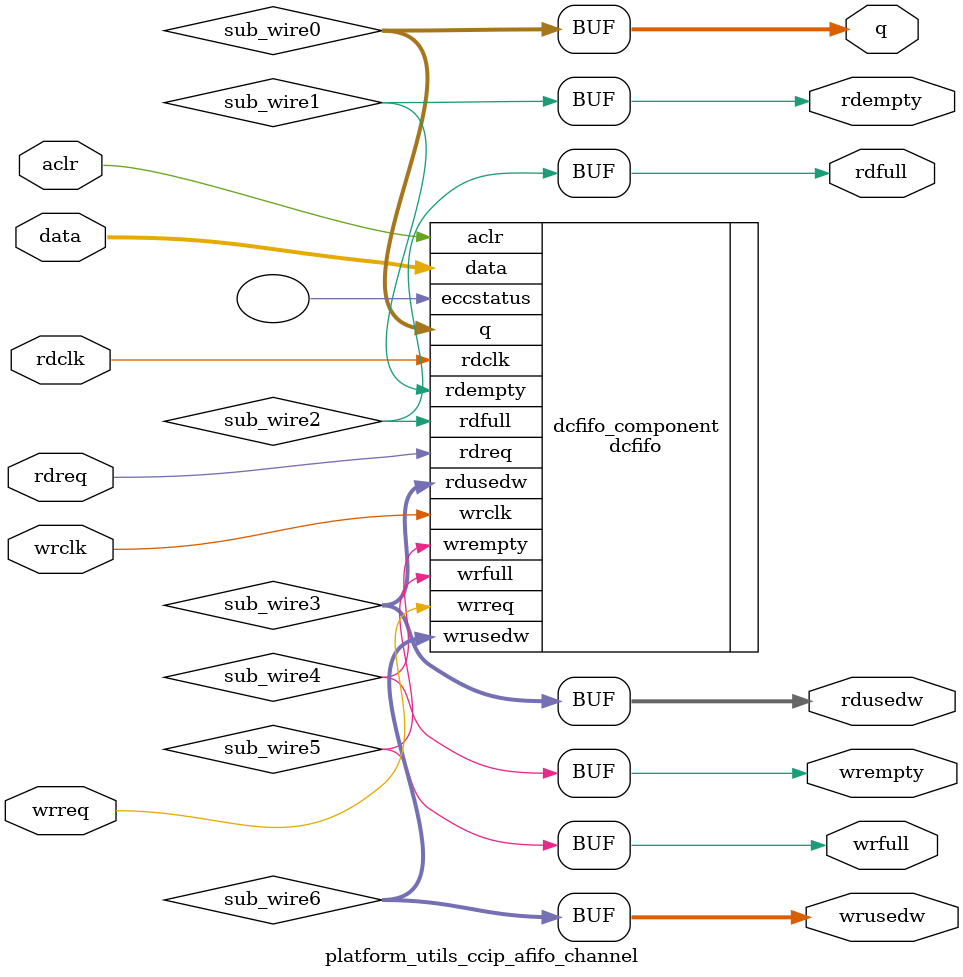
<source format=sv>




// synopsys translate_off
`timescale 1 ps / 1 ps
// synopsys translate_on

module platform_utils_ccip_afifo_channel
  #(
    parameter DATA_WIDTH = 32,
    parameter DEPTH_RADIX = 9
    )
   (
    aclr,
    data,
    rdclk,
    rdreq,
    wrclk,
    wrreq,
    q,
    rdempty,
    rdfull,
    rdusedw,
    wrempty,
    wrfull,
    wrusedw);

   input    aclr;
   input [DATA_WIDTH-1:0] data;
   input 		  rdclk;
   input 		  rdreq;
   input 		  wrclk;
   input 		  wrreq;
   output [DATA_WIDTH-1:0] q;
   output 		   rdempty;
   output 		   rdfull;
   output [DEPTH_RADIX-1:0] rdusedw;
   output 		    wrempty;
   output 		    wrfull;
   output [DEPTH_RADIX-1:0] wrusedw;
`ifndef ALTERA_RESERVED_QIS
   // synopsys translate_off
`endif
   tri0 		    aclr;
`ifndef ALTERA_RESERVED_QIS
   // synopsys translate_on
`endif
   
   wire [DATA_WIDTH-1:0]    sub_wire0;
   wire 		    sub_wire1;
   wire 		    sub_wire2;
   wire [DEPTH_RADIX-1:0]   sub_wire3;
   wire 		    sub_wire4;
   wire 		    sub_wire5;
   wire [DEPTH_RADIX-1:0]   sub_wire6;
   wire [DATA_WIDTH-1:0]    q = sub_wire0[DATA_WIDTH-1:0];
   wire 		    rdempty = sub_wire1;
   wire 		    rdfull = sub_wire2;
   wire [DEPTH_RADIX-1:0]   rdusedw = sub_wire3[DEPTH_RADIX-1:0];
   wire 		    wrempty = sub_wire4;
   wire 		    wrfull = sub_wire5;
   wire [DEPTH_RADIX-1:0]   wrusedw = sub_wire6[DEPTH_RADIX-1:0];

   dcfifo  dcfifo_component (
			     .aclr (aclr),
			     .data (data),
			     .rdclk (rdclk),
			     .rdreq (rdreq),
			     .wrclk (wrclk),
			     .wrreq (wrreq),
			     .q (sub_wire0),
			     .rdempty (sub_wire1),
			     .rdfull (sub_wire2),
			     .rdusedw (sub_wire3),
			     .wrempty (sub_wire4),
			     .wrfull (sub_wire5),
			     .wrusedw (sub_wire6),
			     .eccstatus ());
   defparam
     dcfifo_component.add_usedw_msb_bit  = "ON",
     dcfifo_component.enable_ecc  = "FALSE",
     dcfifo_component.lpm_hint  = "DISABLE_DCFIFO_EMBEDDED_TIMING_CONSTRAINT=TRUE",
     dcfifo_component.lpm_numwords  = 2**DEPTH_RADIX,
     dcfifo_component.lpm_showahead  = "OFF",
     dcfifo_component.lpm_type  = "dcfifo",
     dcfifo_component.lpm_width  = DATA_WIDTH,
     dcfifo_component.lpm_widthu  = DEPTH_RADIX,
     dcfifo_component.overflow_checking  = "ON",
     dcfifo_component.rdsync_delaypipe  = 5,
     dcfifo_component.read_aclr_synch  = "ON",
     dcfifo_component.underflow_checking  = "ON",
     dcfifo_component.use_eab  = "ON",
     dcfifo_component.write_aclr_synch  = "ON",
     dcfifo_component.wrsync_delaypipe  = 5;


endmodule

</source>
